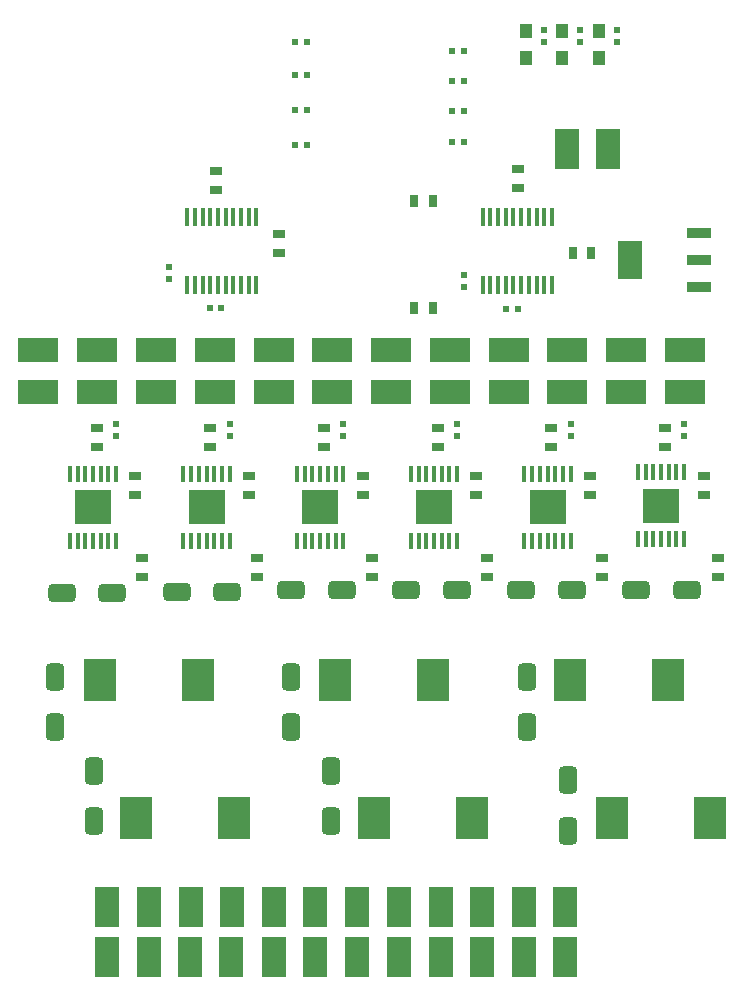
<source format=gtp>
G04*
G04 #@! TF.GenerationSoftware,Altium Limited,Altium Designer,20.0.13 (296)*
G04*
G04 Layer_Color=8421504*
%FSLAX44Y44*%
%MOMM*%
G71*
G01*
G75*
%ADD17R,1.0000X0.8000*%
%ADD18R,0.6000X0.5000*%
%ADD19R,3.0988X2.9972*%
%ADD20R,0.3556X1.4224*%
G04:AMPARAMS|DCode=21|XSize=2.33mm|YSize=1.55mm|CornerRadius=0.3875mm|HoleSize=0mm|Usage=FLASHONLY|Rotation=180.000|XOffset=0mm|YOffset=0mm|HoleType=Round|Shape=RoundedRectangle|*
%AMROUNDEDRECTD21*
21,1,2.3300,0.7750,0,0,180.0*
21,1,1.5550,1.5500,0,0,180.0*
1,1,0.7750,-0.7775,0.3875*
1,1,0.7750,0.7775,0.3875*
1,1,0.7750,0.7775,-0.3875*
1,1,0.7750,-0.7775,-0.3875*
%
%ADD21ROUNDEDRECTD21*%
%ADD22R,3.5000X2.1500*%
%ADD23R,0.5000X0.6000*%
%ADD24R,0.8000X1.0000*%
%ADD25R,0.4100X1.5600*%
%ADD26R,1.1000X1.2500*%
%ADD27R,2.1500X3.5000*%
%ADD28R,2.1500X3.2500*%
%ADD29R,2.1500X0.9500*%
G04:AMPARAMS|DCode=30|XSize=2.33mm|YSize=1.55mm|CornerRadius=0.3875mm|HoleSize=0mm|Usage=FLASHONLY|Rotation=270.000|XOffset=0mm|YOffset=0mm|HoleType=Round|Shape=RoundedRectangle|*
%AMROUNDEDRECTD30*
21,1,2.3300,0.7750,0,0,270.0*
21,1,1.5550,1.5500,0,0,270.0*
1,1,0.7750,-0.3875,-0.7775*
1,1,0.7750,-0.3875,0.7775*
1,1,0.7750,0.3875,0.7775*
1,1,0.7750,0.3875,-0.7775*
%
%ADD30ROUNDEDRECTD30*%
%ADD31R,2.7000X3.6000*%
D17*
X190250Y812250D02*
D03*
Y796250D02*
D03*
X127750Y484750D02*
D03*
Y468750D02*
D03*
X570250Y595000D02*
D03*
Y579000D02*
D03*
X603250Y538500D02*
D03*
Y554500D02*
D03*
X614750Y484750D02*
D03*
Y468750D02*
D03*
X121500Y538500D02*
D03*
Y554500D02*
D03*
X89250Y595000D02*
D03*
Y579000D02*
D03*
X445750Y814500D02*
D03*
Y798500D02*
D03*
X217850Y554500D02*
D03*
Y538500D02*
D03*
X314200Y554500D02*
D03*
Y538500D02*
D03*
X410550Y554500D02*
D03*
Y538500D02*
D03*
X506900Y554500D02*
D03*
Y538500D02*
D03*
X185450Y579000D02*
D03*
Y595000D02*
D03*
X281650Y579000D02*
D03*
Y595000D02*
D03*
X377850Y579000D02*
D03*
Y595000D02*
D03*
X474050Y579000D02*
D03*
Y595000D02*
D03*
X225150Y468750D02*
D03*
Y484750D02*
D03*
X322550Y468750D02*
D03*
Y484750D02*
D03*
X419950Y468750D02*
D03*
Y484750D02*
D03*
X517350Y468750D02*
D03*
Y484750D02*
D03*
X243500Y743250D02*
D03*
Y759250D02*
D03*
D18*
X586500Y598000D02*
D03*
Y588000D02*
D03*
X105500Y598000D02*
D03*
Y588000D02*
D03*
X150250Y731000D02*
D03*
Y721000D02*
D03*
X529250Y922100D02*
D03*
Y932100D02*
D03*
X498549Y922100D02*
D03*
Y932100D02*
D03*
X467848Y922100D02*
D03*
Y932100D02*
D03*
X400500Y724500D02*
D03*
Y714500D02*
D03*
X201700Y588000D02*
D03*
Y598000D02*
D03*
X297900Y588000D02*
D03*
Y598000D02*
D03*
X394100Y588000D02*
D03*
Y598000D02*
D03*
X490300Y588000D02*
D03*
Y598000D02*
D03*
D19*
X567058Y529198D02*
D03*
X85942Y527948D02*
D03*
X182165D02*
D03*
X278388D02*
D03*
X374612D02*
D03*
X470835D02*
D03*
D20*
X547500Y557646D02*
D03*
X554104D02*
D03*
X560454D02*
D03*
X567058D02*
D03*
X573662D02*
D03*
X580012D02*
D03*
X586616D02*
D03*
Y500750D02*
D03*
X580012D02*
D03*
X573662D02*
D03*
X567058D02*
D03*
X560454D02*
D03*
X554104D02*
D03*
X547500D02*
D03*
X66384Y556396D02*
D03*
X72988D02*
D03*
X79338D02*
D03*
X85942D02*
D03*
X92546D02*
D03*
X98896D02*
D03*
X105500D02*
D03*
Y499500D02*
D03*
X98896D02*
D03*
X92546D02*
D03*
X85942D02*
D03*
X79338D02*
D03*
X72988D02*
D03*
X66384D02*
D03*
X162607D02*
D03*
X169211D02*
D03*
X175561D02*
D03*
X182165D02*
D03*
X188769D02*
D03*
X195119D02*
D03*
X201723D02*
D03*
Y556396D02*
D03*
X195119D02*
D03*
X188769D02*
D03*
X182165D02*
D03*
X175561D02*
D03*
X169211D02*
D03*
X162607D02*
D03*
X258830Y499500D02*
D03*
X265434D02*
D03*
X271784D02*
D03*
X278388D02*
D03*
X284992D02*
D03*
X291342D02*
D03*
X297946D02*
D03*
Y556396D02*
D03*
X291342D02*
D03*
X284992D02*
D03*
X278388D02*
D03*
X271784D02*
D03*
X265434D02*
D03*
X258830D02*
D03*
X355053Y499500D02*
D03*
X361657D02*
D03*
X368008D02*
D03*
X374612D02*
D03*
X381216D02*
D03*
X387565D02*
D03*
X394170D02*
D03*
Y556396D02*
D03*
X387565D02*
D03*
X381216D02*
D03*
X374612D02*
D03*
X368008D02*
D03*
X361657D02*
D03*
X355053D02*
D03*
X451277Y499500D02*
D03*
X457881D02*
D03*
X464231D02*
D03*
X470835D02*
D03*
X477439D02*
D03*
X483789D02*
D03*
X490393D02*
D03*
Y556396D02*
D03*
X483789D02*
D03*
X477439D02*
D03*
X470835D02*
D03*
X464231D02*
D03*
X457881D02*
D03*
X451277D02*
D03*
D21*
X545900Y457750D02*
D03*
X588600D02*
D03*
X59400Y455500D02*
D03*
X102100D02*
D03*
X199400Y456250D02*
D03*
X156700D02*
D03*
X296700Y457750D02*
D03*
X254000D02*
D03*
X394000D02*
D03*
X351300D02*
D03*
X491300D02*
D03*
X448600D02*
D03*
D22*
X39750Y660750D02*
D03*
Y625750D02*
D03*
X587250Y660750D02*
D03*
Y625750D02*
D03*
X487705D02*
D03*
Y660750D02*
D03*
X338386Y625750D02*
D03*
Y660750D02*
D03*
X238841Y625750D02*
D03*
Y660750D02*
D03*
X139296Y625750D02*
D03*
Y660750D02*
D03*
X537477Y625750D02*
D03*
Y660750D02*
D03*
X437932Y625750D02*
D03*
Y660750D02*
D03*
X388159Y625750D02*
D03*
Y660750D02*
D03*
X288614Y625750D02*
D03*
Y660750D02*
D03*
X189068Y625750D02*
D03*
Y660750D02*
D03*
X89523Y625750D02*
D03*
Y660750D02*
D03*
D23*
X445750Y695750D02*
D03*
X435750D02*
D03*
X194750Y696750D02*
D03*
X184750D02*
D03*
X389750Y914500D02*
D03*
X399750D02*
D03*
X389750Y888750D02*
D03*
X399750D02*
D03*
X389750Y863000D02*
D03*
X399750D02*
D03*
X389750Y837250D02*
D03*
X399750D02*
D03*
X257000Y834500D02*
D03*
X267000D02*
D03*
X257000Y864000D02*
D03*
X267000D02*
D03*
X257000Y894250D02*
D03*
X267000D02*
D03*
X257000Y922250D02*
D03*
X267000D02*
D03*
D24*
X374000Y696500D02*
D03*
X358000D02*
D03*
Y787250D02*
D03*
X374000D02*
D03*
X492000Y743500D02*
D03*
X508000D02*
D03*
D25*
X165750Y774050D02*
D03*
X172250D02*
D03*
X178750D02*
D03*
X185250D02*
D03*
X191750D02*
D03*
X198250D02*
D03*
X204750D02*
D03*
X211250D02*
D03*
X217750D02*
D03*
X224250D02*
D03*
Y716450D02*
D03*
X217750D02*
D03*
X211250D02*
D03*
X204750D02*
D03*
X198250D02*
D03*
X191750D02*
D03*
X185250D02*
D03*
X178750D02*
D03*
X172250D02*
D03*
X165750D02*
D03*
X416000Y774050D02*
D03*
X422500D02*
D03*
X429000D02*
D03*
X435500D02*
D03*
X442000D02*
D03*
X448500D02*
D03*
X455000D02*
D03*
X461500D02*
D03*
X468000D02*
D03*
X474500D02*
D03*
Y716450D02*
D03*
X468000D02*
D03*
X461500D02*
D03*
X455000D02*
D03*
X448500D02*
D03*
X442000D02*
D03*
X435500D02*
D03*
X429000D02*
D03*
X422500D02*
D03*
X416000D02*
D03*
D26*
X514152Y908250D02*
D03*
Y931250D02*
D03*
X483451Y908250D02*
D03*
Y931250D02*
D03*
X452750Y908250D02*
D03*
Y931250D02*
D03*
D27*
X487250Y831250D02*
D03*
X522250D02*
D03*
X450750Y189250D02*
D03*
X485750D02*
D03*
X450750Y146750D02*
D03*
X485750D02*
D03*
X98250D02*
D03*
X133250D02*
D03*
X98250Y189250D02*
D03*
X133250D02*
D03*
X168000Y146750D02*
D03*
X203000D02*
D03*
X168750Y189250D02*
D03*
X203750D02*
D03*
X239250Y146750D02*
D03*
X274250D02*
D03*
X239250Y189250D02*
D03*
X274250D02*
D03*
X309750Y146750D02*
D03*
X344750D02*
D03*
X309750Y189250D02*
D03*
X344750D02*
D03*
X380250Y147000D02*
D03*
X415250D02*
D03*
X380250Y189250D02*
D03*
X415250D02*
D03*
D28*
X541000Y737250D02*
D03*
D29*
X599000Y760250D02*
D03*
Y737250D02*
D03*
Y714250D02*
D03*
D30*
X487750Y296735D02*
D03*
Y254035D02*
D03*
X287750Y304719D02*
D03*
Y262019D02*
D03*
X87000Y304719D02*
D03*
Y262019D02*
D03*
X54000Y384481D02*
D03*
Y341781D02*
D03*
X453500Y384481D02*
D03*
Y341781D02*
D03*
X253250Y384481D02*
D03*
Y341781D02*
D03*
D31*
X205750Y264750D02*
D03*
X122750D02*
D03*
X174750Y381750D02*
D03*
X91750D02*
D03*
X374000D02*
D03*
X291000D02*
D03*
X573250D02*
D03*
X490250D02*
D03*
X608250Y264750D02*
D03*
X525250D02*
D03*
X407000D02*
D03*
X324000D02*
D03*
M02*

</source>
